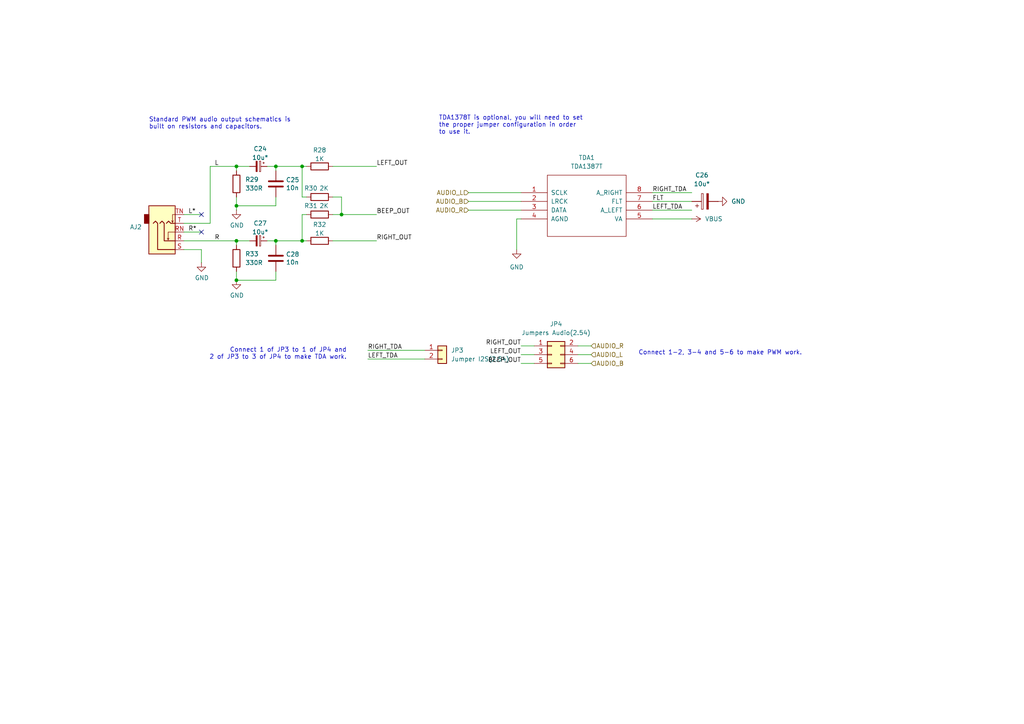
<source format=kicad_sch>
(kicad_sch (version 20231120) (generator "eeschema") (generator_version "8.0")
  (paper "A4")
  (title_block (title "MiniFRANK") (date "2025-01-14") (rev "2.0") (company "Mikhail Matveev") (comment 1 "https://github.com/xtremespb/frank"))
  (lib_symbols
    (symbol "Connector_Generic:Conn_01x02" (pin_names (offset 1.016) hide)
      (property "Reference" "J" (at 0 2.54 0))
      (property "Value" "Conn_01x02" (at 0 -5.08 0))
      (symbol "Conn_01x02_1_1"
        (rectangle (start -1.27 -2.413) (end 0 -2.667) (stroke (width 0.1524)))
        (rectangle (start -1.27 0.127) (end 0 -0.127) (stroke (width 0.1524)))
        (rectangle (start -1.27 1.27) (end 1.27 -3.81) (stroke (width 0.254)) (fill (type background)))
        (pin passive line (at -5.08 0 0) (length 3.81) (name "Pin_1") (number "1"))
        (pin passive line (at -5.08 -2.54 0) (length 3.81) (name "Pin_2") (number "2"))
      )
    )
    (symbol "Connector_Generic:Conn_02x03_Odd_Even" (pin_names (offset 1.016) hide)
      (property "Reference" "J" (at 1.27 5.08 0))
      (property "Value" "Conn_02x03_Odd_Even" (at 1.27 -5.08 0))
      (symbol "Conn_02x03_Odd_Even_1_1"
        (rectangle (start -1.27 -2.413) (end 0 -2.667) (stroke (width 0.1524)))
        (rectangle (start -1.27 0.127) (end 0 -0.127) (stroke (width 0.1524)))
        (rectangle (start -1.27 2.667) (end 0 2.413) (stroke (width 0.1524)))
        (rectangle (start -1.27 3.81) (end 3.81 -3.81) (stroke (width 0.254)) (fill (type background)))
        (rectangle (start 3.81 -2.413) (end 2.54 -2.667) (stroke (width 0.1524)))
        (rectangle (start 3.81 0.127) (end 2.54 -0.127) (stroke (width 0.1524)))
        (rectangle (start 3.81 2.667) (end 2.54 2.413) (stroke (width 0.1524)))
        (pin passive line (at -5.08 2.54 0) (length 3.81) (name "Pin_1") (number "1"))
        (pin passive line (at 7.62 2.54 180) (length 3.81) (name "Pin_2") (number "2"))
        (pin passive line (at -5.08 0 0) (length 3.81) (name "Pin_3") (number "3"))
        (pin passive line (at 7.62 0 180) (length 3.81) (name "Pin_4") (number "4"))
        (pin passive line (at -5.08 -2.54 0) (length 3.81) (name "Pin_5") (number "5"))
        (pin passive line (at 7.62 -2.54 180) (length 3.81) (name "Pin_6") (number "6"))
      )
    )
    (symbol "Device:C" (pin_numbers hide) (pin_names (offset 0.254))
      (property "Reference" "C" (at 0.635 2.54 0))
      (property "Value" "C" (at 0.635 -2.54 0))
      (symbol "C_0_1"
        (polyline (pts (xy -2.032 -0.762) (xy 2.032 -0.762)) (stroke (width 0.508)))
        (polyline (pts (xy -2.032 0.762) (xy 2.032 0.762)) (stroke (width 0.508)))
      )
      (symbol "C_1_1"
        (pin passive line (at 0 3.81 270) (length 2.794) (name "~") (number "1"))
        (pin passive line (at 0 -3.81 90) (length 2.794) (name "~") (number "2"))
      )
    )
    (symbol "Device:C_Polarized" (pin_numbers hide) (pin_names (offset 0.254))
      (property "Reference" "C" (at 0.635 2.54 0))
      (property "Value" "C_Polarized" (at 0.635 -2.54 0))
      (symbol "C_Polarized_0_1"
        (rectangle (start -2.286 0.508) (end 2.286 1.016))
        (polyline (pts (xy -1.778 2.286) (xy -0.762 2.286)))
        (polyline (pts (xy -1.27 2.794) (xy -1.27 1.778)))
        (rectangle (start 2.286 -0.508) (end -2.286 -1.016) (fill (type outline)))
      )
      (symbol "C_Polarized_1_1"
        (pin passive line (at 0 3.81 270) (length 2.794) (name "~") (number "1"))
        (pin passive line (at 0 -3.81 90) (length 2.794) (name "~") (number "2"))
      )
    )
    (symbol "Device:C_Polarized_Small" (pin_numbers hide) (pin_names (offset 0.254) hide)
      (property "Reference" "C" (at 0.254 1.778 0))
      (property "Value" "C_Polarized_Small" (at 0.254 -2.032 0))
      (symbol "C_Polarized_Small_0_1"
        (rectangle (start -1.524 -0.3048) (end 1.524 -0.6858) (fill (type outline)))
        (rectangle (start -1.524 0.6858) (end 1.524 0.3048))
        (polyline (pts (xy -1.27 1.524) (xy -0.762 1.524)))
        (polyline (pts (xy -1.016 1.27) (xy -1.016 1.778)))
      )
      (symbol "C_Polarized_Small_1_1"
        (pin passive line (at 0 2.54 270) (length 1.8542) (name "~") (number "1"))
        (pin passive line (at 0 -2.54 90) (length 1.8542) (name "~") (number "2"))
      )
    )
    (symbol "Device:R" (pin_numbers hide) (pin_names (offset 0))
      (property "Reference" "R" (at 2.032 0 90))
      (property "Value" "R" (at 0 0 90))
      (symbol "R_0_1"
        (rectangle (start -1.016 -2.54) (end 1.016 2.54) (stroke (width 0.254)))
      )
      (symbol "R_1_1"
        (pin passive line (at 0 3.81 270) (length 1.27) (name "~") (number "1"))
        (pin passive line (at 0 -3.81 90) (length 1.27) (name "~") (number "2"))
      )
    )
    (symbol "FRANK:AudioJack_3.5mm"
      (property "Reference" "AJ2" (at -7.1119 -4.0097 0))
      (symbol "AudioJack_3.5mm_0_1"
        (rectangle (start -5.08 -5.08) (end -6.35 -7.62) (stroke (width 0.254)) (fill (type outline)))
        (polyline (pts (xy 0.508 -0.254) (xy 0.762 -0.762)))
        (polyline (pts (xy 1.778 -5.334) (xy 2.032 -5.842)))
        (polyline (pts (xy 0 -5.08) (xy 0.635 -5.715) (xy 1.27 -5.08) (xy 2.54 -5.08)) (stroke (width 0.254)))
        (polyline (pts (xy 2.54 -7.62) (xy 1.778 -7.62) (xy 1.778 -5.334) (xy 1.524 -5.842)))
        (polyline (pts (xy 2.54 -2.54) (xy 0.508 -2.54) (xy 0.508 -0.254) (xy 0.254 -0.762)))
        (polyline (pts (xy -1.905 -5.08) (xy -1.27 -5.715) (xy -0.635 -5.08) (xy -0.635 0) (xy 2.54 0)) (stroke (width 0.254)))
        (polyline (pts (xy 2.54 2.54) (xy -2.54 2.54) (xy -2.54 -5.08) (xy -3.175 -5.715) (xy -3.81 -5.08)) (stroke (width 0.254)))
        (rectangle (start 2.54 3.81) (end -5.08 -10.16) (stroke (width 0.254)) (fill (type background)))
      )
      (symbol "AudioJack_3.5mm_1_1"
        (pin passive line (at 5.08 0 180) (length 2.54) (name "~") (number "R"))
        (pin passive line (at 5.08 -2.54 180) (length 2.54) (name "~") (number "RN"))
        (pin passive line (at 5.08 2.54 180) (length 2.54) (name "~") (number "S"))
        (pin passive line (at 5.08 -5.08 180) (length 2.54) (name "~") (number "T"))
        (pin passive line (at 5.08 -7.62 180) (length 2.54) (name "~") (number "TN"))
      )
    )
    (symbol "FRANK:TDA1387T" (pin_names (offset 1.016))
      (property "Reference" "TDA1" (at 0 13.97 0))
      (property "Value" "TDA1387T" (at 0 11.43 0))
      (symbol "TDA1387T_1_0"
        (rectangle (start -11.43 -8.89) (end 11.43 8.89))
      )
      (symbol "TDA1387T_1_1"
        (pin input line (at -19.05 3.81 0) (length 7.62) (name "SCLK") (number "1"))
        (pin input line (at -19.05 1.27 0) (length 7.62) (name "LRCK") (number "2"))
        (pin input line (at -19.05 -1.27 0) (length 7.62) (name "DATA") (number "3"))
        (pin input line (at -19.05 -3.81 0) (length 7.62) (name "AGND") (number "4"))
        (pin input line (at 19.05 -3.81 180) (length 7.62) (name "VA") (number "5"))
        (pin input line (at 19.05 -1.27 180) (length 7.62) (name "A_LEFT") (number "6"))
        (pin input line (at 19.05 1.27 180) (length 7.62) (name "FLT") (number "7"))
        (pin input line (at 19.05 3.81 180) (length 7.62) (name "A_RIGHT") (number "8"))
      )
    )
    (symbol "GND_1" (power) (pin_numbers hide) (pin_names (offset 0) hide)
      (property "Value" "GND" (at 0 -3.81 0))
      (symbol "GND_1_0_1"
        (polyline (pts (xy 0 0) (xy 0 -1.27) (xy 1.27 -1.27) (xy 0 -2.54) (xy -1.27 -1.27) (xy 0 -1.27)))
      )
      (symbol "GND_1_1_1"
        (pin power_in line (at 0 0 270) (length 0) (name "~") (number "1"))
      )
    )
    (symbol "GND_2" (power) (pin_numbers hide) (pin_names (offset 0) hide)
      (property "Value" "GND" (at 0 -3.81 0))
      (symbol "GND_2_0_1"
        (polyline (pts (xy 0 0) (xy 0 -1.27) (xy 1.27 -1.27) (xy 0 -2.54) (xy -1.27 -1.27) (xy 0 -1.27)))
      )
      (symbol "GND_2_1_1"
        (pin power_in line (at 0 0 270) (length 0) (name "~") (number "1"))
      )
    )
    (symbol "GND_3" (power) (pin_numbers hide) (pin_names (offset 0) hide)
      (property "Value" "GND" (at 0 -3.81 0))
      (symbol "GND_3_0_1"
        (polyline (pts (xy 0 0) (xy 0 -1.27) (xy 1.27 -1.27) (xy 0 -2.54) (xy -1.27 -1.27) (xy 0 -1.27)))
      )
      (symbol "GND_3_1_1"
        (pin power_in line (at 0 0 270) (length 0) (name "~") (number "1"))
      )
    )
    (symbol "GND_6" (power) (pin_numbers hide) (pin_names (offset 0) hide)
      (property "Value" "GND" (at 0 -3.81 0))
      (symbol "GND_6_0_1"
        (polyline (pts (xy 0 0) (xy 0 -1.27) (xy 1.27 -1.27) (xy 0 -2.54) (xy -1.27 -1.27) (xy 0 -1.27)))
      )
      (symbol "GND_6_1_1"
        (pin power_in line (at 0 0 270) (length 0) (name "~") (number "1"))
      )
    )
    (symbol "power:GND" (power) (pin_numbers hide) (pin_names (offset 0) hide)
      (property "Value" "GND" (at 0 -3.81 0))
      (symbol "GND_0_1"
        (polyline (pts (xy 0 0) (xy 0 -1.27) (xy 1.27 -1.27) (xy 0 -2.54) (xy -1.27 -1.27) (xy 0 -1.27)))
      )
      (symbol "GND_1_1"
        (pin power_in line (at 0 0 270) (length 0) (name "~") (number "1"))
      )
    )
    (symbol "power:VBUS" (power) (pin_numbers hide) (pin_names (offset 0) hide)
      (property "Value" "VBUS" (at 0 3.556 0))
      (symbol "VBUS_0_1"
        (polyline (pts (xy -0.762 1.27) (xy 0 2.54)))
        (polyline (pts (xy 0 0) (xy 0 2.54)))
        (polyline (pts (xy 0 2.54) (xy 0.762 1.27)))
      )
      (symbol "VBUS_1_1"
        (pin power_in line (at 0 0 90) (length 0) (name "~") (number "1"))
      )
    )
  )
  (junction (at 68.58 48.26))
  (junction (at 87.63 69.85))
  (junction (at 68.58 59.69))
  (junction (at 99.06 62.23))
  (junction (at 68.58 81.28))
  (junction (at 80.01 69.85))
  (junction (at 68.58 69.85))
  (junction (at 87.63 48.26))
  (junction (at 80.01 48.26))
  (no_connect (at 58.42 62.23))
  (no_connect (at 58.42 67.31))
  (wire (pts (xy 80.01 69.85) (xy 87.63 69.85)))
  (wire (pts (xy 80.01 69.85) (xy 77.47 69.85)))
  (wire (pts (xy 80.01 48.26) (xy 87.63 48.26)))
  (wire (pts (xy 60.96 48.26) (xy 68.58 48.26)))
  (wire (pts (xy 135.89 55.88) (xy 151.13 55.88)))
  (wire (pts (xy 88.9 62.23) (xy 87.63 62.23)))
  (wire (pts (xy 151.13 102.87) (xy 154.94 102.87)))
  (wire (pts (xy 80.01 81.28) (xy 68.58 81.28)))
  (wire (pts (xy 53.34 72.39) (xy 58.42 72.39)))
  (wire (pts (xy 68.58 57.15) (xy 68.58 59.69)))
  (wire (pts (xy 87.63 69.85) (xy 88.9 69.85)))
  (wire (pts (xy 80.01 59.69) (xy 68.58 59.69)))
  (wire (pts (xy 80.01 48.26) (xy 77.47 48.26)))
  (wire (pts (xy 53.34 64.77) (xy 60.96 64.77)))
  (wire (pts (xy 189.23 60.96) (xy 200.66 60.96)))
  (wire (pts (xy 53.34 69.85) (xy 68.58 69.85)))
  (wire (pts (xy 135.89 60.96) (xy 151.13 60.96)))
  (wire (pts (xy 106.68 104.14) (xy 123.19 104.14)))
  (wire (pts (xy 171.45 102.87) (xy 167.64 102.87)))
  (wire (pts (xy 87.63 48.26) (xy 88.9 48.26)))
  (wire (pts (xy 72.39 69.85) (xy 68.58 69.85)))
  (wire (pts (xy 151.13 105.41) (xy 154.94 105.41)))
  (wire (pts (xy 99.06 62.23) (xy 96.52 62.23)))
  (wire (pts (xy 151.13 100.33) (xy 154.94 100.33)))
  (wire (pts (xy 80.01 49.53) (xy 80.01 48.26)))
  (wire (pts (xy 80.01 57.15) (xy 80.01 59.69)))
  (wire (pts (xy 88.9 57.15) (xy 87.63 57.15)))
  (wire (pts (xy 189.23 63.5) (xy 200.66 63.5)))
  (wire (pts (xy 68.58 48.26) (xy 68.58 49.53)))
  (wire (pts (xy 68.58 59.69) (xy 68.58 60.96)))
  (wire (pts (xy 171.45 100.33) (xy 167.64 100.33)))
  (wire (pts (xy 189.23 55.88) (xy 200.66 55.88)))
  (wire (pts (xy 96.52 48.26) (xy 109.22 48.26)))
  (wire (pts (xy 68.58 69.85) (xy 68.58 71.12)))
  (wire (pts (xy 96.52 57.15) (xy 99.06 57.15)))
  (wire (pts (xy 96.52 69.85) (xy 109.22 69.85)))
  (wire (pts (xy 189.23 58.42) (xy 200.66 58.42)))
  (wire (pts (xy 171.45 105.41) (xy 167.64 105.41)))
  (wire (pts (xy 60.96 48.26) (xy 60.96 64.77)))
  (wire (pts (xy 68.58 78.74) (xy 68.58 81.28)))
  (wire (pts (xy 99.06 62.23) (xy 109.22 62.23)))
  (wire (pts (xy 99.06 57.15) (xy 99.06 62.23)))
  (wire (pts (xy 80.01 78.74) (xy 80.01 81.28)))
  (wire (pts (xy 58.42 72.39) (xy 58.42 76.2)))
  (wire (pts (xy 72.39 48.26) (xy 68.58 48.26)))
  (wire (pts (xy 53.34 67.31) (xy 58.42 67.31)))
  (wire (pts (xy 80.01 71.12) (xy 80.01 69.85)))
  (wire (pts (xy 151.13 63.5) (xy 149.86 63.5)))
  (wire (pts (xy 53.34 62.23) (xy 58.42 62.23)))
  (wire (pts (xy 135.89 58.42) (xy 151.13 58.42)))
  (wire (pts (xy 87.63 62.23) (xy 87.63 69.85)))
  (wire (pts (xy 149.86 63.5) (xy 149.86 72.39)))
  (wire (pts (xy 106.68 101.6) (xy 123.19 101.6)))
  (wire (pts (xy 87.63 48.26) (xy 87.63 57.15)))
  (text "TDA1378T is optional, you will need to set\nthe proper jumper configuration in order\nto use it." (at 127.254 36.322 0) (effects (font (size 1.27 1.27)) (justify left)))
  (text "Connect 1 of JP3 to 1 of JP4 and\n2 of JP3 to 3 of JP4 to make TDA work." (at 100.584 102.616 0) (effects (font (size 1.27 1.27)) (justify right)))
  (text "Connect 1-2, 3-4 and 5-6 to make PWM work." (at 185.166 102.362 0) (effects (font (size 1.27 1.27)) (justify left)))
  (text "Standard PWM audio output schematics is\nbuilt on resistors and capacitors." (at 43.18 35.814 0) (effects (font (size 1.27 1.27)) (justify left)))
  (label "LEFT_TDA" (at 106.68 104.14 0))
  (label "LEFT_TDA" (at 189.23 60.96 0))
  (label "L" (at 62.23 48.26 0))
  (label "R" (at 62.23 69.85 0))
  (label "L*" (at 54.61 62.23 0))
  (label "LEFT_OUT" (at 109.22 48.26 0))
  (label "RIGHT_TDA" (at 106.68 101.6 0))
  (label "BEEP_OUT" (at 109.22 62.23 0))
  (label "RIGHT_TDA" (at 189.23 55.88 0))
  (label "FLT" (at 189.23 58.42 0))
  (label "R*" (at 54.61 67.31 0))
  (label "RIGHT_OUT" (at 151.13 100.33 180))
  (label "LEFT_OUT" (at 151.13 102.87 180))
  (label "BEEP_OUT" (at 151.13 105.41 180))
  (label "RIGHT_OUT" (at 109.22 69.85 0))
  (hierarchical_label "AUDIO_B" (shape input) (at 171.45 105.41 0))
  (hierarchical_label "AUDIO_L" (shape input) (at 171.45 102.87 0))
  (hierarchical_label "AUDIO_R" (shape input) (at 171.45 100.33 0))
  (hierarchical_label "AUDIO_L" (shape input) (at 135.89 55.88 180))
  (hierarchical_label "AUDIO_B" (shape input) (at 135.89 58.42 180))
  (hierarchical_label "AUDIO_R" (shape input) (at 135.89 60.96 180))
  (symbol (lib_id "power:GND") (at 149.86 72.39 0) (unit 1)
    (property "Reference" "#PWR060" (effects (hide yes)))
    (property "Value" "GND" (at 149.86 77.47 0))
    (property "Description" "Power symbol creates a global label with name \"GND\" , ground" (effects (hide yes)))
  )
  (symbol (lib_id "Device:R") (at 92.71 57.15 90) (unit 1)
    (property "Reference" "R30" (at 90.17 54.61 90))
    (property "Value" "2K" (at 93.98 54.61 90))
    (property "Footprint" "FRANK:Resistor (0805)" (effects (hide yes)))
    (property "Datasheet" "https://www.vishay.com/docs/28952/mcs0402at-mct0603at-mcu0805at-mca1206at.pdf" (effects (hide yes)))
    (property "AliExpress" "https://www.aliexpress.com/item/1005005945735199.html" (effects (hide yes)))
  )
  (symbol (lib_id "Device:C_Polarized_Small") (at 74.93 69.85 270) (unit 1)
    (property "Reference" "C27" (at 75.4761 64.7532 90))
    (property "Value" "10u*" (at 75.4761 67.2901 90))
    (property "Footprint" "FRANK:Capacitor (3528, tantalum, polar)" (effects (hide yes)))
    (property "Datasheet" "https://eu.mouser.com/datasheet/2/447/KEM_T2005_T491-3316937.pdf" (effects (hide yes)))
    (property "AliExpress" "https://www.aliexpress.com/item/1005006870280809.html" (effects (hide yes)))
  )
  (symbol (lib_id "Device:C_Polarized") (at 204.47 58.42 90) (unit 1)
    (property "Reference" "C26" (at 203.581 50.8 90))
    (property "Value" "10u*" (at 203.581 53.34 90))
    (property "Footprint" "FRANK:Capacitor (3528, tantalum, polar)" (effects (hide yes)))
    (property "Datasheet" "https://eu.mouser.com/datasheet/2/447/KEM_T2005_T491-3316937.pdf" (effects (hide yes)))
    (property "Description" "Polarized capacitor" (effects (hide yes)))
    (property "AliExpress" "https://www.aliexpress.com/item/1005006870280809.html" (effects (hide yes)))
  )
  (symbol (lib_id "Device:R") (at 92.71 69.85 90) (unit 1)
    (property "Reference" "R32" (at 92.71 65.1342 90))
    (property "Value" "1K" (at 92.71 67.6711 90))
    (property "Footprint" "FRANK:Resistor (0805)" (effects (hide yes)))
    (property "Datasheet" "https://www.vishay.com/docs/28952/mcs0402at-mct0603at-mcu0805at-mca1206at.pdf" (effects (hide yes)))
    (property "AliExpress" "https://www.aliexpress.com/item/1005005945735199.html" (effects (hide yes)))
  )
  (symbol (lib_id "Device:R") (at 68.58 74.93 0) (unit 1)
    (property "Reference" "R33" (at 71.12 73.6599 0) (effects (justify left)))
    (property "Value" "330R" (at 71.12 76.1999 0) (effects (justify left)))
    (property "Footprint" "FRANK:Resistor (0805)" (effects (hide yes)))
    (property "Datasheet" "https://www.vishay.com/docs/28952/mcs0402at-mct0603at-mcu0805at-mca1206at.pdf" (effects (hide yes)))
    (property "AliExpress" "https://www.aliexpress.com/item/1005005945735199.html" (effects (hide yes)))
  )
  (symbol (lib_id "Device:R") (at 92.71 62.23 90) (unit 1)
    (property "Reference" "R31" (at 90.17 59.69 90))
    (property "Value" "2K" (at 93.98 59.69 90))
    (property "Footprint" "FRANK:Resistor (0805)" (effects (hide yes)))
    (property "Datasheet" "https://www.vishay.com/docs/28952/mcs0402at-mct0603at-mcu0805at-mca1206at.pdf" (effects (hide yes)))
    (property "AliExpress" "https://www.aliexpress.com/item/1005005945735199.html" (effects (hide yes)))
  )
  (symbol (lib_name "GND_3") (lib_id "power:GND") (at 68.58 60.96 0) (unit 1)
    (property "Reference" "#PWR058" (effects (hide yes)))
    (property "Value" "GND" (at 68.707 65.3542 0))
    (property "Description" "Power symbol creates a global label with name \"GND\" , ground" (effects (hide yes)))
  )
  (symbol (lib_id "Device:R") (at 92.71 48.26 90) (unit 1)
    (property "Reference" "R28" (at 92.71 43.5442 90))
    (property "Value" "1K" (at 92.71 46.0811 90))
    (property "Footprint" "FRANK:Resistor (0805)" (effects (hide yes)))
    (property "Datasheet" "https://www.vishay.com/docs/28952/mcs0402at-mct0603at-mcu0805at-mca1206at.pdf" (effects (hide yes)))
    (property "AliExpress" "https://www.aliexpress.com/item/1005005945735199.html" (effects (hide yes)))
  )
  (symbol (lib_id "FRANK:TDA1387T") (at 170.18 59.69 0) (unit 1)
    (property "Reference" "TDA1" (at 170.18 45.72 0))
    (property "Value" "TDA1387T" (at 170.18 48.26 0))
    (property "Footprint" "FRANK:SOIC-8" (effects (hide yes)))
    (property "Datasheet" "https://github.com/xtremespb/frank/raw/refs/heads/minifrank_rev2/DOCS/TDA1387T.pdf" (effects (hide yes)))
    (property "AliExpress" "https://www.aliexpress.com/item/32995595000.html" (effects (hide yes)))
  )
  (symbol (lib_name "GND_6") (lib_id "power:GND") (at 208.28 58.42 90) (unit 1)
    (property "Reference" "#PWR057" (effects (hide yes)))
    (property "Value" "GND" (at 212.09 58.4199 90) (effects (justify right)))
    (property "Description" "Power symbol creates a global label with name \"GND\" , ground" (effects (hide yes)))
  )
  (symbol (lib_id "FRANK:AudioJack_3.5mm") (at 48.26 69.85 0) (mirror x) (unit 1)
    (property "Reference" "AJ2" (at 41.1481 65.8403 0) (effects (justify right)))
    (property "Value" "Audio Out" (effects (hide yes)))
    (property "Footprint" "FRANK:Jack (3.5mm)" (effects (hide yes)))
    (property "Datasheet" "https://eu.mouser.com/datasheet/2/1628/sj1_353xng-3511142.pdf" (effects (hide yes)))
    (property "AliExpress" "https://www.aliexpress.com/item/1005006710837751.html" (effects (hide yes)))
  )
  (symbol (lib_id "Connector_Generic:Conn_02x03_Odd_Even") (at 160.02 102.87 0) (unit 1)
    (property "Reference" "JP4" (at 161.29 93.98 0))
    (property "Value" "Jumpers Audio(2.54)" (at 161.29 96.52 0))
    (property "Footprint" "FRANK:Pin Header (2x03)" (effects (hide yes)))
    (property "Description" "Generic connector, double row, 02x03, odd/even pin numbering scheme (row 1 odd numbers, row 2 even numbers), script generated (kicad-library-utils/schlib/autogen/connector/)" (effects (hide yes)))
    (property "AliExpress" "https://www.aliexpress.com/item/1005006454399822.html" (effects (hide yes)))
  )
  (symbol (lib_id "power:VBUS") (at 200.66 63.5 270) (unit 1)
    (property "Reference" "#PWR059" (effects (hide yes)))
    (property "Value" "VBUS" (at 204.47 63.4999 90) (effects (justify left)))
    (property "Description" "Power symbol creates a global label with name \"VBUS\"" (effects (hide yes)))
  )
  (symbol (lib_id "Connector_Generic:Conn_01x02") (at 128.27 101.6 0) (unit 1)
    (property "Reference" "JP3" (at 130.81 101.5999 0) (effects (justify left)))
    (property "Value" "Jumper I2S(2.54)" (at 130.81 104.1399 0) (effects (justify left)))
    (property "Footprint" "FRANK:Pin Header (1x02)" (effects (hide yes)))
    (property "Description" "Generic connector, single row, 01x02, script generated (kicad-library-utils/schlib/autogen/connector/)" (effects (hide yes)))
    (property "AliExpress" "https://www.aliexpress.com/item/1005006454399822.html" (effects (hide yes)))
  )
  (symbol (lib_id "Device:C") (at 80.01 74.93 0) (unit 1)
    (property "Reference" "C28" (at 82.931 73.7616 0) (effects (justify left)))
    (property "Value" "10n" (at 82.931 76.073 0) (effects (justify left)))
    (property "Footprint" "FRANK:Capacitor (0805)" (effects (hide yes)))
    (property "Datasheet" "https://eu.mouser.com/datasheet/2/40/KGM_X7R-3223212.pdf" (effects (hide yes)))
    (property "AliExpress" "https://www.aliexpress.com/item/33008008276.html" (effects (hide yes)))
  )
  (symbol (lib_id "Device:C") (at 80.01 53.34 0) (unit 1)
    (property "Reference" "C25" (at 82.931 52.1716 0) (effects (justify left)))
    (property "Value" "10n" (at 82.931 54.483 0) (effects (justify left)))
    (property "Footprint" "FRANK:Capacitor (0805)" (effects (hide yes)))
    (property "Datasheet" "https://eu.mouser.com/datasheet/2/40/KGM_X7R-3223212.pdf" (effects (hide yes)))
    (property "AliExpress" "https://www.aliexpress.com/item/33008008276.html" (effects (hide yes)))
  )
  (symbol (lib_id "Device:C_Polarized_Small") (at 74.93 48.26 270) (unit 1)
    (property "Reference" "C24" (at 75.4761 43.1632 90))
    (property "Value" "10u*" (at 75.4761 45.7001 90))
    (property "Footprint" "FRANK:Capacitor (3528, tantalum, polar)" (effects (hide yes)))
    (property "Datasheet" "https://eu.mouser.com/datasheet/2/447/KEM_T2005_T491-3316937.pdf" (effects (hide yes)))
    (property "AliExpress" "https://www.aliexpress.com/item/1005006870280809.html" (effects (hide yes)))
  )
  (symbol (lib_name "GND_2") (lib_id "power:GND") (at 68.58 81.28 0) (unit 1)
    (property "Reference" "#PWR062" (effects (hide yes)))
    (property "Value" "GND" (at 68.707 85.6742 0))
    (property "Description" "Power symbol creates a global label with name \"GND\" , ground" (effects (hide yes)))
  )
  (symbol (lib_id "Device:R") (at 68.58 53.34 0) (unit 1)
    (property "Reference" "R29" (at 71.12 52.0699 0) (effects (justify left)))
    (property "Value" "330R" (at 71.12 54.6099 0) (effects (justify left)))
    (property "Footprint" "FRANK:Resistor (0805)" (effects (hide yes)))
    (property "Datasheet" "https://www.vishay.com/docs/28952/mcs0402at-mct0603at-mcu0805at-mca1206at.pdf" (effects (hide yes)))
    (property "AliExpress" "https://www.aliexpress.com/item/1005005945735199.html" (effects (hide yes)))
  )
  (symbol (lib_name "GND_1") (lib_id "power:GND") (at 58.42 76.2 0) (unit 1)
    (property "Reference" "#PWR061" (effects (hide yes)))
    (property "Value" "GND" (at 58.547 80.5942 0))
    (property "Description" "Power symbol creates a global label with name \"GND\" , ground" (effects (hide yes)))
  )
)
</source>
